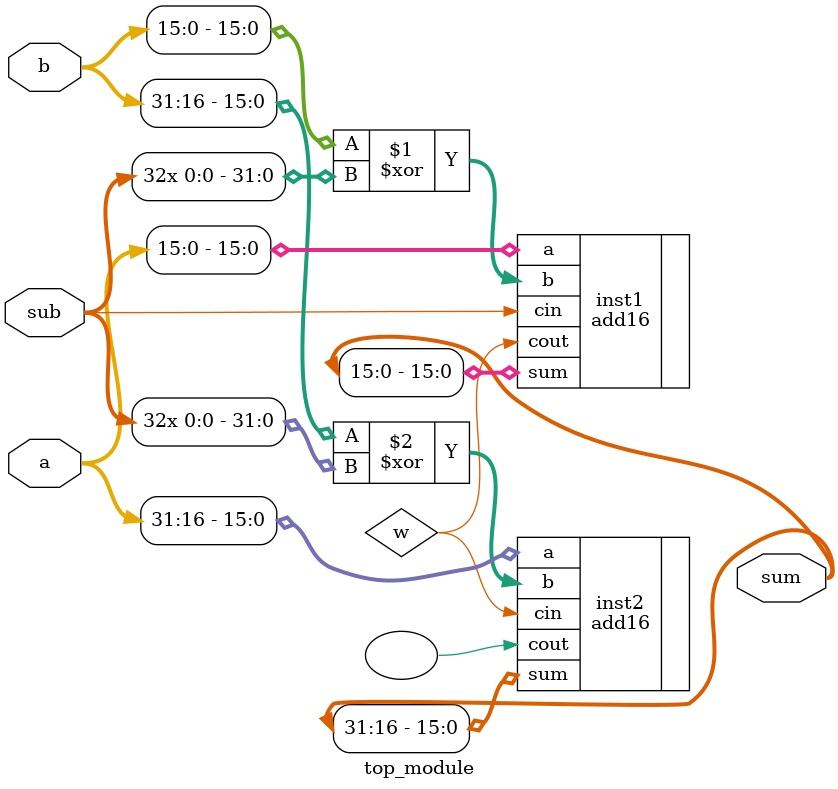
<source format=v>
module top_module(
    input [31:0] a,
    input [31:0] b,
    input sub,
    output [31:0] sum
);

    wire w;
    // cin(sub) -> 2's +1
    add16 inst1(.a(a[15:0]), .b(b[15:0]^{32{sub}}), .cin(sub), .cout(w), .sum(sum[15:0]));
    add16 inst2(.a(a[31:16]), .b(b[31:16]^{32{sub}}), .cin(w), .cout(), .sum(sum[31:16]));
endmodule
</source>
